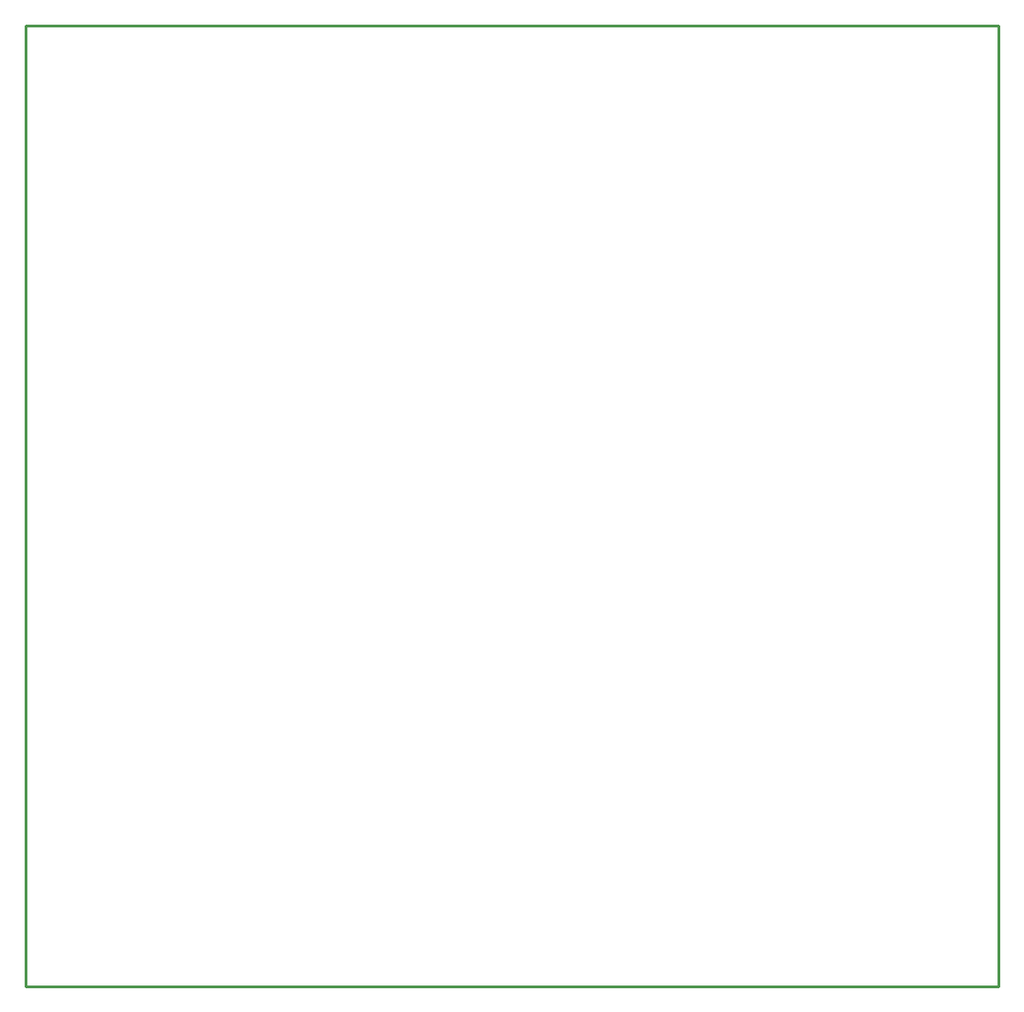
<source format=gm1>
G04*
G04 #@! TF.GenerationSoftware,Altium Limited,Altium Designer,24.2.2 (26)*
G04*
G04 Layer_Color=16711935*
%FSLAX25Y25*%
%MOIN*%
G70*
G04*
G04 #@! TF.SameCoordinates,7880CA01-A185-4AAC-BB8A-744F794AF487*
G04*
G04*
G04 #@! TF.FilePolarity,Positive*
G04*
G01*
G75*
%ADD45C,0.00984*%
D45*
X0Y0D02*
X355000Y-0D01*
X-0Y350700D02*
X0Y0D01*
X355000Y350700D02*
X355000Y-0D01*
X-0Y350700D02*
X355000Y350700D01*
M02*

</source>
